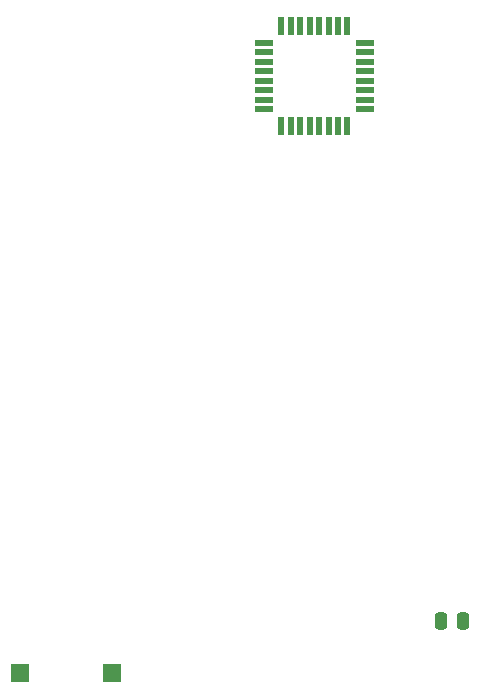
<source format=gbr>
%TF.GenerationSoftware,KiCad,Pcbnew,(6.0.9)*%
%TF.CreationDate,2023-01-09T21:04:10+01:00*%
%TF.ProjectId,christmas_tree,63687269-7374-46d6-9173-5f747265652e,rev?*%
%TF.SameCoordinates,Original*%
%TF.FileFunction,Paste,Bot*%
%TF.FilePolarity,Positive*%
%FSLAX46Y46*%
G04 Gerber Fmt 4.6, Leading zero omitted, Abs format (unit mm)*
G04 Created by KiCad (PCBNEW (6.0.9)) date 2023-01-09 21:04:10*
%MOMM*%
%LPD*%
G01*
G04 APERTURE LIST*
G04 Aperture macros list*
%AMRoundRect*
0 Rectangle with rounded corners*
0 $1 Rounding radius*
0 $2 $3 $4 $5 $6 $7 $8 $9 X,Y pos of 4 corners*
0 Add a 4 corners polygon primitive as box body*
4,1,4,$2,$3,$4,$5,$6,$7,$8,$9,$2,$3,0*
0 Add four circle primitives for the rounded corners*
1,1,$1+$1,$2,$3*
1,1,$1+$1,$4,$5*
1,1,$1+$1,$6,$7*
1,1,$1+$1,$8,$9*
0 Add four rect primitives between the rounded corners*
20,1,$1+$1,$2,$3,$4,$5,0*
20,1,$1+$1,$4,$5,$6,$7,0*
20,1,$1+$1,$6,$7,$8,$9,0*
20,1,$1+$1,$8,$9,$2,$3,0*%
G04 Aperture macros list end*
%ADD10R,1.500000X1.500000*%
%ADD11R,0.550000X1.600000*%
%ADD12R,1.600000X0.550000*%
%ADD13RoundRect,0.250000X0.250000X0.475000X-0.250000X0.475000X-0.250000X-0.475000X0.250000X-0.475000X0*%
G04 APERTURE END LIST*
D10*
%TO.C,SW1*%
X145400000Y-138500000D03*
X137600000Y-138500000D03*
%TD*%
D11*
%TO.C,U1*%
X165300000Y-92250000D03*
X164500000Y-92250000D03*
X163700000Y-92250000D03*
X162900000Y-92250000D03*
X162100000Y-92250000D03*
X161300000Y-92250000D03*
X160500000Y-92250000D03*
X159700000Y-92250000D03*
D12*
X158250000Y-90800000D03*
X158250000Y-90000000D03*
X158250000Y-89200000D03*
X158250000Y-88400000D03*
X158250000Y-87600000D03*
X158250000Y-86800000D03*
X158250000Y-86000000D03*
X158250000Y-85200000D03*
D11*
X159700000Y-83750000D03*
X160500000Y-83750000D03*
X161300000Y-83750000D03*
X162100000Y-83750000D03*
X162900000Y-83750000D03*
X163700000Y-83750000D03*
X164500000Y-83750000D03*
X165300000Y-83750000D03*
D12*
X166750000Y-85200000D03*
X166750000Y-86000000D03*
X166750000Y-86800000D03*
X166750000Y-87600000D03*
X166750000Y-88400000D03*
X166750000Y-89200000D03*
X166750000Y-90000000D03*
X166750000Y-90800000D03*
%TD*%
D13*
%TO.C,C1*%
X175100000Y-134100000D03*
X173200000Y-134100000D03*
%TD*%
M02*

</source>
